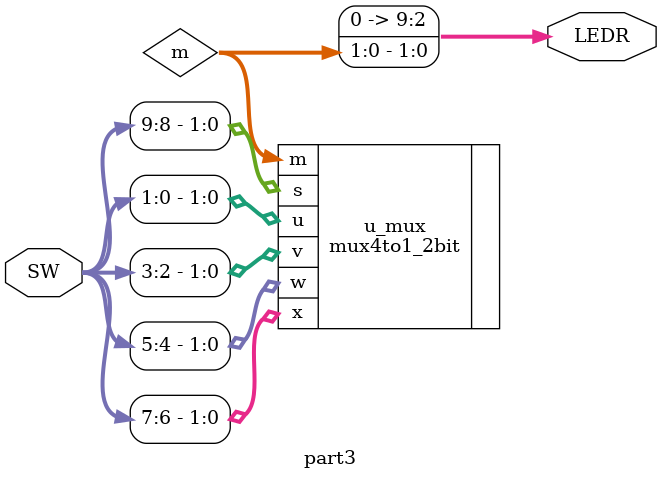
<source format=v>
module part3 (
	input  [9:0] SW,  // SW[1:0]=u, SW[3:2]=v, SW[5:4]=w, SW[7:6]=x SW[9:8]=select
	output [9:0] LEDR // LEDR[1:0]=mux out, LEDR[9:2]=unused
);
	// Define output
	wire [1:0] m;

	// Create 2-bit 4 to 1 multiplexer
	mux4to1_2bit u_mux (
		.s(SW[9:8]),
		.u(SW[1:0]),
		.v(SW[3:2]),
		.w(SW[5:4]),
		.x(SW[7:6]),
		.m(m)
	);
	
	// Display mux output
	assign LEDR[1:0] = m;
	
	// Turn off unused LEDs
	assign LEDR[9:2] = 8'b0;

endmodule
</source>
